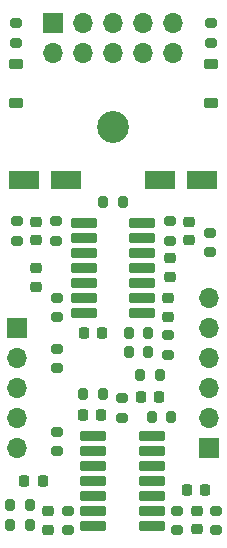
<source format=gbr>
%TF.GenerationSoftware,KiCad,Pcbnew,8.0.5*%
%TF.CreationDate,2024-11-05T23:16:52+01:00*%
%TF.ProjectId,Leveller,4c657665-6c6c-4657-922e-6b696361645f,rev?*%
%TF.SameCoordinates,Original*%
%TF.FileFunction,Soldermask,Top*%
%TF.FilePolarity,Negative*%
%FSLAX46Y46*%
G04 Gerber Fmt 4.6, Leading zero omitted, Abs format (unit mm)*
G04 Created by KiCad (PCBNEW 8.0.5) date 2024-11-05 23:16:52*
%MOMM*%
%LPD*%
G01*
G04 APERTURE LIST*
G04 Aperture macros list*
%AMRoundRect*
0 Rectangle with rounded corners*
0 $1 Rounding radius*
0 $2 $3 $4 $5 $6 $7 $8 $9 X,Y pos of 4 corners*
0 Add a 4 corners polygon primitive as box body*
4,1,4,$2,$3,$4,$5,$6,$7,$8,$9,$2,$3,0*
0 Add four circle primitives for the rounded corners*
1,1,$1+$1,$2,$3*
1,1,$1+$1,$4,$5*
1,1,$1+$1,$6,$7*
1,1,$1+$1,$8,$9*
0 Add four rect primitives between the rounded corners*
20,1,$1+$1,$2,$3,$4,$5,0*
20,1,$1+$1,$4,$5,$6,$7,0*
20,1,$1+$1,$6,$7,$8,$9,0*
20,1,$1+$1,$8,$9,$2,$3,0*%
G04 Aperture macros list end*
%ADD10RoundRect,0.200000X-0.275000X0.200000X-0.275000X-0.200000X0.275000X-0.200000X0.275000X0.200000X0*%
%ADD11C,2.700000*%
%ADD12RoundRect,0.200000X0.200000X0.275000X-0.200000X0.275000X-0.200000X-0.275000X0.200000X-0.275000X0*%
%ADD13RoundRect,0.225000X0.375000X-0.225000X0.375000X0.225000X-0.375000X0.225000X-0.375000X-0.225000X0*%
%ADD14RoundRect,0.225000X-0.250000X0.225000X-0.250000X-0.225000X0.250000X-0.225000X0.250000X0.225000X0*%
%ADD15RoundRect,0.200000X-0.200000X-0.275000X0.200000X-0.275000X0.200000X0.275000X-0.200000X0.275000X0*%
%ADD16RoundRect,0.225000X0.225000X0.250000X-0.225000X0.250000X-0.225000X-0.250000X0.225000X-0.250000X0*%
%ADD17R,1.700000X1.700000*%
%ADD18O,1.700000X1.700000*%
%ADD19RoundRect,0.225000X0.250000X-0.225000X0.250000X0.225000X-0.250000X0.225000X-0.250000X-0.225000X0*%
%ADD20RoundRect,0.250000X1.050000X0.550000X-1.050000X0.550000X-1.050000X-0.550000X1.050000X-0.550000X0*%
%ADD21RoundRect,0.200000X0.275000X-0.200000X0.275000X0.200000X-0.275000X0.200000X-0.275000X-0.200000X0*%
%ADD22RoundRect,0.225000X-0.375000X0.225000X-0.375000X-0.225000X0.375000X-0.225000X0.375000X0.225000X0*%
%ADD23RoundRect,0.120600X0.966400X0.281400X-0.966400X0.281400X-0.966400X-0.281400X0.966400X-0.281400X0*%
%ADD24RoundRect,0.225000X-0.225000X-0.250000X0.225000X-0.250000X0.225000X0.250000X-0.225000X0.250000X0*%
G04 APERTURE END LIST*
D10*
%TO.C,R9*%
X44916000Y-80116000D03*
X44916000Y-81766000D03*
%TD*%
D11*
%TO.C,MOUNT1*%
X48768000Y-47625000D03*
%TD*%
D10*
%TO.C,R18*%
X53425000Y-65257000D03*
X53425000Y-66907000D03*
%TD*%
D12*
%TO.C,R5*%
X41677000Y-79671000D03*
X40027000Y-79671000D03*
%TD*%
D10*
%TO.C,R25*%
X54172000Y-80101000D03*
X54172000Y-81751000D03*
%TD*%
D12*
%TO.C,R19*%
X51710000Y-65066000D03*
X50060000Y-65066000D03*
%TD*%
D13*
%TO.C,D4*%
X56993000Y-45630000D03*
X56993000Y-42330000D03*
%TD*%
D14*
%TO.C,C12*%
X53534400Y-58741400D03*
X53534400Y-60291400D03*
%TD*%
D15*
%TO.C,R24*%
X51061000Y-68607000D03*
X52711000Y-68607000D03*
%TD*%
D16*
%TO.C,C8*%
X47723000Y-72051000D03*
X46173000Y-72051000D03*
%TD*%
D10*
%TO.C,R7*%
X44019388Y-73434815D03*
X44019388Y-75084815D03*
%TD*%
D15*
%TO.C,R23*%
X46235000Y-70258000D03*
X47885000Y-70258000D03*
%TD*%
D17*
%TO.C,J10*%
X56896000Y-74803000D03*
D18*
X56896000Y-72263000D03*
X56896000Y-69723000D03*
X56896000Y-67183000D03*
X56896000Y-64643000D03*
X56896000Y-62103000D03*
%TD*%
D10*
%TO.C,R17*%
X56938000Y-56595600D03*
X56938000Y-58245600D03*
%TD*%
D19*
%TO.C,C7*%
X55203000Y-57205000D03*
X55203000Y-55655000D03*
%TD*%
D12*
%TO.C,R8*%
X53664000Y-72163000D03*
X52014000Y-72163000D03*
%TD*%
D19*
%TO.C,C2*%
X55823000Y-81701000D03*
X55823000Y-80151000D03*
%TD*%
D20*
%TO.C,C6*%
X44793000Y-52080000D03*
X41193000Y-52080000D03*
%TD*%
D21*
%TO.C,R13*%
X53552000Y-57255000D03*
X53552000Y-55605000D03*
%TD*%
D20*
%TO.C,C4*%
X56293000Y-52080000D03*
X52693000Y-52080000D03*
%TD*%
D19*
%TO.C,C13*%
X42253748Y-57208015D03*
X42253748Y-55658015D03*
%TD*%
D22*
%TO.C,D1*%
X40493000Y-42330000D03*
X40493000Y-45630000D03*
%TD*%
D21*
%TO.C,R12*%
X57474000Y-81751000D03*
X57474000Y-80101000D03*
%TD*%
D16*
%TO.C,C3*%
X47803428Y-65067763D03*
X46253428Y-65067763D03*
%TD*%
D21*
%TO.C,R16*%
X40589720Y-57252385D03*
X40589720Y-55602385D03*
%TD*%
D12*
%TO.C,R10*%
X41677000Y-81322000D03*
X40027000Y-81322000D03*
%TD*%
D10*
%TO.C,FB1*%
X40493000Y-38830000D03*
X40493000Y-40480000D03*
%TD*%
D19*
%TO.C,C9*%
X43265000Y-81716000D03*
X43265000Y-80166000D03*
%TD*%
D15*
%TO.C,R15*%
X47901000Y-54017000D03*
X49551000Y-54017000D03*
%TD*%
D10*
%TO.C,R6*%
X49488000Y-70591000D03*
X49488000Y-72241000D03*
%TD*%
D16*
%TO.C,C5*%
X42783000Y-77634000D03*
X41233000Y-77634000D03*
%TD*%
D14*
%TO.C,C11*%
X42249000Y-59605000D03*
X42249000Y-61155000D03*
%TD*%
D19*
%TO.C,C10*%
X53411789Y-63692619D03*
X53411789Y-62142619D03*
%TD*%
D17*
%TO.C,J8*%
X40640000Y-64643000D03*
D18*
X40640000Y-67183000D03*
X40640000Y-69723000D03*
X40640000Y-72263000D03*
X40640000Y-74803000D03*
%TD*%
D21*
%TO.C,R22*%
X44027000Y-68050000D03*
X44027000Y-66400000D03*
%TD*%
D23*
%TO.C,U2*%
X51191280Y-63410000D03*
X51191280Y-62140000D03*
X51191280Y-60870000D03*
X51191280Y-59600000D03*
X51191280Y-58330000D03*
X51191280Y-57060000D03*
X51191280Y-55790000D03*
X46241280Y-55790000D03*
X46241280Y-57060000D03*
X46241280Y-58330000D03*
X46241280Y-59600000D03*
X46241280Y-60870000D03*
X46241280Y-62140000D03*
X46241280Y-63410000D03*
%TD*%
D10*
%TO.C,FB2*%
X56993000Y-38830000D03*
X56993000Y-40480000D03*
%TD*%
%TO.C,R14*%
X43900000Y-55605000D03*
X43900000Y-57255000D03*
%TD*%
D17*
%TO.C,J6*%
X43668000Y-38805000D03*
D18*
X43668000Y-41345000D03*
X46208000Y-38805000D03*
X46208000Y-41345000D03*
X48748000Y-38805000D03*
X48748000Y-41345000D03*
X51288000Y-38805000D03*
X51288000Y-41345000D03*
X53828000Y-38805000D03*
X53828000Y-41345000D03*
%TD*%
D24*
%TO.C,C1*%
X54988280Y-78396000D03*
X56538280Y-78396000D03*
%TD*%
D23*
%TO.C,U1*%
X52025000Y-81444000D03*
X52025000Y-80174000D03*
X52025000Y-78904000D03*
X52025000Y-77634000D03*
X52025000Y-76364000D03*
X52025000Y-75094000D03*
X52025000Y-73824000D03*
X47075000Y-73824000D03*
X47075000Y-75094000D03*
X47075000Y-76364000D03*
X47075000Y-77634000D03*
X47075000Y-78904000D03*
X47075000Y-80174000D03*
X47075000Y-81444000D03*
%TD*%
D15*
%TO.C,R20*%
X50060000Y-66717000D03*
X51710000Y-66717000D03*
%TD*%
D21*
%TO.C,R21*%
X44027000Y-63732000D03*
X44027000Y-62082000D03*
%TD*%
D24*
%TO.C,C14*%
X51111000Y-70512000D03*
X52661000Y-70512000D03*
%TD*%
M02*

</source>
